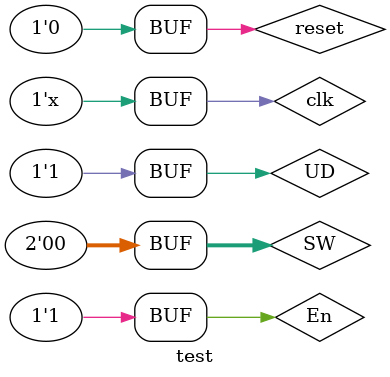
<source format=v>
`timescale 1ns / 1ps


module test;

	// Inputs
	reg clk;
	reg reset;
	reg [1:0] SW;
	reg UD;
	reg En;

	// Outputs
	wire [7:0] LED;

	// Instantiate the Unit Under Test (UUT)
	topmodule uut (
		.clk(clk), 
		.reset(reset), 
		.SW(SW), 
		.UD(UD), 
		.En(En), 
		.LED(LED)
	);

initial begin
		clk = 0;
		reset = 0;
		En = 1;
		#100;
		
 		 reset = 1;
		#100;
		
		reset = 0;
		SW = 0;
		UD = 1;
		#500000;
		
		UD = 0;
		#500000;
		
		UD = 1;
		#500000;
		
		UD = 0;
		#500000;
		
		UD = 1;
		#500000;
		
		UD = 0;
		#500000;
		
		UD = 1;
		#500000;
		
		UD = 0;
		#500000;
		
		UD = 0;
		#90000000;
		
		reset = 1;
		#1000;
		
		reset = 0;
		#90000000;
		
		UD = 1;
		#90000000;
		
		En = 0;
		#10000000;
		
		En = 1;
	end
      always begin
		#10;
		clk = ~clk;
		end
endmodule


</source>
